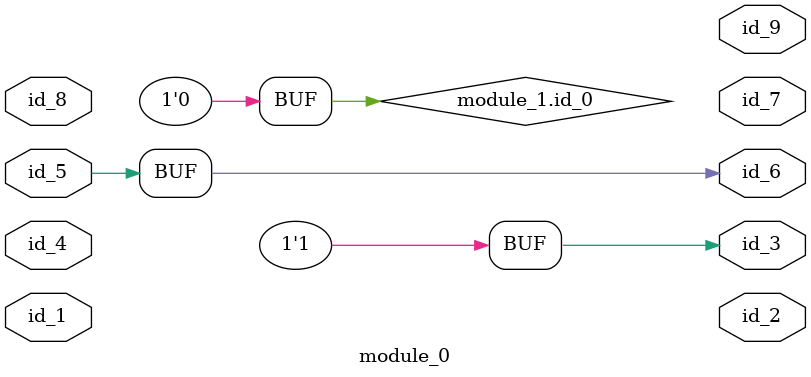
<source format=v>
module module_0 (
    id_1,
    id_2,
    id_3,
    id_4,
    id_5,
    id_6,
    id_7,
    id_8,
    id_9
);
  output wire id_9;
  input wire id_8;
  output wire id_7;
  output wire id_6;
  inout wire id_5;
  inout wire id_4;
  output wire id_3;
  output wire id_2;
  inout wire id_1;
  assign id_6 = (id_5);
  wire id_10;
  assign module_1.id_0 = 0;
  wire id_11;
  assign id_3 = 1;
endmodule
module module_1 (
    input wire id_0
);
  wire id_2;
  assign id_2 = id_2;
  module_0 modCall_1 (
      id_2,
      id_2,
      id_2,
      id_2,
      id_2,
      id_2,
      id_2,
      id_2,
      id_2
  );
endmodule

</source>
